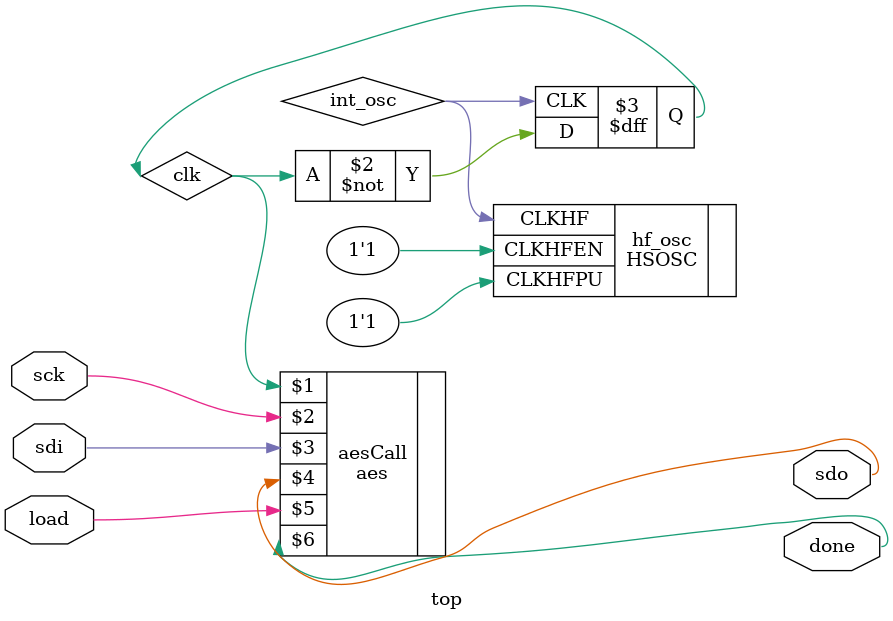
<source format=sv>
/***************************************************************************************

top.sv

Jackson Philion, December 13 2024, jphilion@g.hmc.edu

This file is made for taking the properly-simming modules in aes.sv and reformatting the
top level module to take in a HSOSC on the FPGA and synthesize for real downloading and
testing. See the report below for more:
  * https://jacksonphilion.github.io/hmc-e155-portfolio/labs/lab7/lab7.html

***************************************************************************************/
module top(
  input  logic sck, 
  input  logic sdi,
  output logic sdo,
  input  logic load,
  output logic done);
                    
  logic int_osc, clk;
  HSOSC hf_osc (.CLKHFPU(1'b1), .CLKHFEN(1'b1), .CLKHF(int_osc));
  
  always_ff @(posedge int_osc)
	clk <= ~clk;

  aes aesCall(clk, sck, sdi, sdo, load, done);

endmodule
</source>
